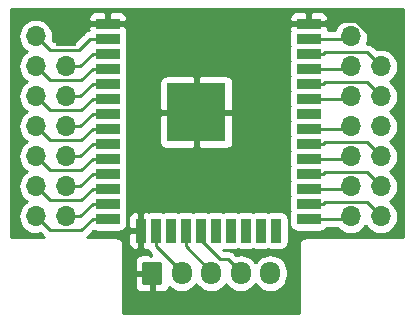
<source format=gbr>
G04 #@! TF.GenerationSoftware,KiCad,Pcbnew,6.0.0-rc1-unknown-bb2e402~66~ubuntu18.04.1*
G04 #@! TF.CreationDate,2019-04-16T15:47:46+02:00
G04 #@! TF.ProjectId,PentaESPConverter,50656e74-6145-4535-9043-6f6e76657274,rev?*
G04 #@! TF.SameCoordinates,Original*
G04 #@! TF.FileFunction,Copper,L1,Top*
G04 #@! TF.FilePolarity,Positive*
%FSLAX46Y46*%
G04 Gerber Fmt 4.6, Leading zero omitted, Abs format (unit mm)*
G04 Created by KiCad (PCBNEW 6.0.0-rc1-unknown-bb2e402~66~ubuntu18.04.1) date Di 16 Apr 2019 15:47:46 CEST*
%MOMM*%
%LPD*%
G04 APERTURE LIST*
%ADD10O,1.700000X1.950000*%
%ADD11C,0.100000*%
%ADD12C,1.700000*%
%ADD13O,1.700000X1.700000*%
%ADD14R,1.700000X1.700000*%
%ADD15R,2.000000X0.900000*%
%ADD16R,0.900000X2.000000*%
%ADD17R,5.000000X5.000000*%
%ADD18C,0.250000*%
%ADD19C,0.254000*%
G04 APERTURE END LIST*
D10*
X140492500Y-119634000D03*
X137992500Y-119634000D03*
X135492500Y-119634000D03*
X132992500Y-119634000D03*
D11*
G36*
X131117004Y-118660204D02*
G01*
X131141273Y-118663804D01*
X131165071Y-118669765D01*
X131188171Y-118678030D01*
X131210349Y-118688520D01*
X131231393Y-118701133D01*
X131251098Y-118715747D01*
X131269277Y-118732223D01*
X131285753Y-118750402D01*
X131300367Y-118770107D01*
X131312980Y-118791151D01*
X131323470Y-118813329D01*
X131331735Y-118836429D01*
X131337696Y-118860227D01*
X131341296Y-118884496D01*
X131342500Y-118909000D01*
X131342500Y-120359000D01*
X131341296Y-120383504D01*
X131337696Y-120407773D01*
X131331735Y-120431571D01*
X131323470Y-120454671D01*
X131312980Y-120476849D01*
X131300367Y-120497893D01*
X131285753Y-120517598D01*
X131269277Y-120535777D01*
X131251098Y-120552253D01*
X131231393Y-120566867D01*
X131210349Y-120579480D01*
X131188171Y-120589970D01*
X131165071Y-120598235D01*
X131141273Y-120604196D01*
X131117004Y-120607796D01*
X131092500Y-120609000D01*
X129892500Y-120609000D01*
X129867996Y-120607796D01*
X129843727Y-120604196D01*
X129819929Y-120598235D01*
X129796829Y-120589970D01*
X129774651Y-120579480D01*
X129753607Y-120566867D01*
X129733902Y-120552253D01*
X129715723Y-120535777D01*
X129699247Y-120517598D01*
X129684633Y-120497893D01*
X129672020Y-120476849D01*
X129661530Y-120454671D01*
X129653265Y-120431571D01*
X129647304Y-120407773D01*
X129643704Y-120383504D01*
X129642500Y-120359000D01*
X129642500Y-118909000D01*
X129643704Y-118884496D01*
X129647304Y-118860227D01*
X129653265Y-118836429D01*
X129661530Y-118813329D01*
X129672020Y-118791151D01*
X129684633Y-118770107D01*
X129699247Y-118750402D01*
X129715723Y-118732223D01*
X129733902Y-118715747D01*
X129753607Y-118701133D01*
X129774651Y-118688520D01*
X129796829Y-118678030D01*
X129819929Y-118669765D01*
X129843727Y-118663804D01*
X129867996Y-118660204D01*
X129892500Y-118659000D01*
X131092500Y-118659000D01*
X131117004Y-118660204D01*
X131117004Y-118660204D01*
G37*
D12*
X130492500Y-119634000D03*
D13*
X120650000Y-114808000D03*
X123190000Y-114808000D03*
X120650000Y-112268000D03*
X123190000Y-112268000D03*
X120650000Y-109728000D03*
X123190000Y-109728000D03*
X120650000Y-107188000D03*
X123190000Y-107188000D03*
X120650000Y-104648000D03*
X123190000Y-104648000D03*
X120650000Y-102108000D03*
X123190000Y-102108000D03*
X120650000Y-99568000D03*
D14*
X123190000Y-99568000D03*
D13*
X147320000Y-114808000D03*
X149860000Y-114808000D03*
X147320000Y-112268000D03*
X149860000Y-112268000D03*
X147320000Y-109728000D03*
X149860000Y-109728000D03*
X147320000Y-107188000D03*
X149860000Y-107188000D03*
X147320000Y-104648000D03*
X149860000Y-104648000D03*
X147320000Y-102108000D03*
X149860000Y-102108000D03*
X147320000Y-99568000D03*
D14*
X149860000Y-99568000D03*
D15*
X143742501Y-98495001D03*
X143742501Y-99765001D03*
X143742501Y-101035001D03*
X143742501Y-102305001D03*
X143742501Y-103575001D03*
X143742501Y-104845001D03*
X143742501Y-106115001D03*
X143742501Y-107385001D03*
X143742501Y-108655001D03*
X143742501Y-109925001D03*
X143742501Y-111195001D03*
X143742501Y-112465001D03*
X143742501Y-113735001D03*
X143742501Y-115005001D03*
D16*
X140957501Y-116005001D03*
X139687501Y-116005001D03*
X138417501Y-116005001D03*
X137147501Y-116005001D03*
X135877501Y-116005001D03*
X134607501Y-116005001D03*
X133337501Y-116005001D03*
X132067501Y-116005001D03*
X130797501Y-116005001D03*
X129527501Y-116005001D03*
D15*
X126742501Y-115005001D03*
X126742501Y-113735001D03*
X126742501Y-112465001D03*
X126742501Y-111195001D03*
X126742501Y-109925001D03*
X126742501Y-108655001D03*
X126742501Y-107385001D03*
X126742501Y-106115001D03*
X126742501Y-104845001D03*
X126742501Y-103575001D03*
X126742501Y-102305001D03*
X126742501Y-101035001D03*
X126742501Y-99765001D03*
X126742501Y-98495001D03*
D17*
X134242501Y-105995001D03*
D18*
X124392081Y-109728000D02*
X123190000Y-109728000D01*
X125492501Y-108655001D02*
X124419502Y-109728000D01*
X124419502Y-109728000D02*
X124392081Y-109728000D01*
X126742501Y-108655001D02*
X125492501Y-108655001D01*
X121499999Y-108037999D02*
X120650000Y-107188000D01*
X121825001Y-108363001D02*
X121499999Y-108037999D01*
X125492501Y-107385001D02*
X124514501Y-108363001D01*
X124514501Y-108363001D02*
X121825001Y-108363001D01*
X126742501Y-107385001D02*
X125492501Y-107385001D01*
X124392081Y-107188000D02*
X123190000Y-107188000D01*
X124419502Y-107188000D02*
X124392081Y-107188000D01*
X125492501Y-106115001D02*
X124419502Y-107188000D01*
X126742501Y-106115001D02*
X125492501Y-106115001D01*
X121499999Y-105497999D02*
X120650000Y-104648000D01*
X121825001Y-105823001D02*
X121499999Y-105497999D01*
X125492501Y-104845001D02*
X124514501Y-105823001D01*
X124514501Y-105823001D02*
X121825001Y-105823001D01*
X126742501Y-104845001D02*
X125492501Y-104845001D01*
X124392081Y-104648000D02*
X123190000Y-104648000D01*
X125492501Y-103575001D02*
X124419502Y-104648000D01*
X124419502Y-104648000D02*
X124392081Y-104648000D01*
X126742501Y-103575001D02*
X125492501Y-103575001D01*
X121499999Y-102957999D02*
X120650000Y-102108000D01*
X121825001Y-103283001D02*
X121499999Y-102957999D01*
X125492501Y-102305001D02*
X124514501Y-103283001D01*
X124514501Y-103283001D02*
X121825001Y-103283001D01*
X126742501Y-102305001D02*
X125492501Y-102305001D01*
X124392081Y-102108000D02*
X123190000Y-102108000D01*
X124419502Y-102108000D02*
X124392081Y-102108000D01*
X125492501Y-101035001D02*
X124419502Y-102108000D01*
X126742501Y-101035001D02*
X125492501Y-101035001D01*
X121499999Y-115657999D02*
X120650000Y-114808000D01*
X121825001Y-115983001D02*
X121499999Y-115657999D01*
X124514501Y-115983001D02*
X121825001Y-115983001D01*
X125492501Y-115005001D02*
X124514501Y-115983001D01*
X126742501Y-115005001D02*
X125492501Y-115005001D01*
X124392081Y-114808000D02*
X123190000Y-114808000D01*
X124419502Y-114808000D02*
X124392081Y-114808000D01*
X125492501Y-113735001D02*
X124419502Y-114808000D01*
X126742501Y-113735001D02*
X125492501Y-113735001D01*
X121499999Y-113117999D02*
X120650000Y-112268000D01*
X121825001Y-113443001D02*
X121499999Y-113117999D01*
X124514501Y-113443001D02*
X121825001Y-113443001D01*
X125492501Y-112465001D02*
X124514501Y-113443001D01*
X126742501Y-112465001D02*
X125492501Y-112465001D01*
X124392081Y-112268000D02*
X123190000Y-112268000D01*
X124419502Y-112268000D02*
X124392081Y-112268000D01*
X125492501Y-111195001D02*
X124419502Y-112268000D01*
X126742501Y-111195001D02*
X125492501Y-111195001D01*
X121499999Y-110577999D02*
X120650000Y-109728000D01*
X124514501Y-110903001D02*
X121825001Y-110903001D01*
X121825001Y-110903001D02*
X121499999Y-110577999D01*
X125492501Y-109925001D02*
X124514501Y-110903001D01*
X126742501Y-109925001D02*
X125492501Y-109925001D01*
X147122999Y-115005001D02*
X147320000Y-114808000D01*
X143742501Y-115005001D02*
X147122999Y-115005001D01*
X149010001Y-113958001D02*
X149860000Y-114808000D01*
X144992501Y-113735001D02*
X145094503Y-113632999D01*
X148684999Y-113632999D02*
X149010001Y-113958001D01*
X145094503Y-113632999D02*
X148684999Y-113632999D01*
X143742501Y-113735001D02*
X144992501Y-113735001D01*
X147122999Y-112465001D02*
X147320000Y-112268000D01*
X143742501Y-112465001D02*
X147122999Y-112465001D01*
X149010001Y-111418001D02*
X149860000Y-112268000D01*
X148684999Y-111092999D02*
X149010001Y-111418001D01*
X145094503Y-111092999D02*
X148684999Y-111092999D01*
X144992501Y-111195001D02*
X145094503Y-111092999D01*
X143742501Y-111195001D02*
X144992501Y-111195001D01*
X147122999Y-109925001D02*
X147320000Y-109728000D01*
X143742501Y-109925001D02*
X147122999Y-109925001D01*
X149010001Y-108878001D02*
X149860000Y-109728000D01*
X148684999Y-108552999D02*
X149010001Y-108878001D01*
X145094503Y-108552999D02*
X148684999Y-108552999D01*
X144992501Y-108655001D02*
X145094503Y-108552999D01*
X143742501Y-108655001D02*
X144992501Y-108655001D01*
X147122999Y-107385001D02*
X147320000Y-107188000D01*
X143742501Y-107385001D02*
X147122999Y-107385001D01*
X147122999Y-104845001D02*
X147320000Y-104648000D01*
X143742501Y-104845001D02*
X147122999Y-104845001D01*
X149010001Y-103798001D02*
X149860000Y-104648000D01*
X148684999Y-103472999D02*
X149010001Y-103798001D01*
X145094503Y-103472999D02*
X148684999Y-103472999D01*
X144992501Y-103575001D02*
X145094503Y-103472999D01*
X143742501Y-103575001D02*
X144992501Y-103575001D01*
X147122999Y-102305001D02*
X147320000Y-102108000D01*
X143742501Y-102305001D02*
X147122999Y-102305001D01*
X149010001Y-101258001D02*
X149860000Y-102108000D01*
X148684999Y-100932999D02*
X149010001Y-101258001D01*
X145094503Y-100932999D02*
X148684999Y-100932999D01*
X144992501Y-101035001D02*
X145094503Y-100932999D01*
X143742501Y-101035001D02*
X144992501Y-101035001D01*
X147122999Y-99765001D02*
X147320000Y-99568000D01*
X143742501Y-99765001D02*
X147122999Y-99765001D01*
X124262999Y-98495001D02*
X123190000Y-99568000D01*
X126742501Y-98495001D02*
X124262999Y-98495001D01*
X144992501Y-98495001D02*
X143742501Y-98495001D01*
X145189502Y-98298000D02*
X144992501Y-98495001D01*
X147789002Y-98298000D02*
X145189502Y-98298000D01*
X149059002Y-99568000D02*
X147789002Y-98298000D01*
X149860000Y-99568000D02*
X149059002Y-99568000D01*
X129527501Y-100030001D02*
X129527501Y-114755001D01*
X127992501Y-98495001D02*
X129527501Y-100030001D01*
X129527501Y-114755001D02*
X129527501Y-116005001D01*
X126742501Y-98495001D02*
X127992501Y-98495001D01*
X121499999Y-100417999D02*
X120650000Y-99568000D01*
X121825001Y-100743001D02*
X121499999Y-100417999D01*
X124300001Y-100743001D02*
X121825001Y-100743001D01*
X125278001Y-99765001D02*
X124300001Y-100743001D01*
X126742501Y-99765001D02*
X125278001Y-99765001D01*
X134607501Y-116770003D02*
X134607501Y-116005001D01*
X136246498Y-118409000D02*
X134607501Y-116770003D01*
X136892500Y-118409000D02*
X136246498Y-118409000D01*
X137992500Y-119509000D02*
X136892500Y-118409000D01*
X137992500Y-119634000D02*
X137992500Y-119509000D01*
X133337501Y-117255001D02*
X133337501Y-116005001D01*
X133337501Y-117354001D02*
X133337501Y-117255001D01*
X135492500Y-119509000D02*
X133337501Y-117354001D01*
X135492500Y-119634000D02*
X135492500Y-119509000D01*
X130797501Y-117255001D02*
X130797501Y-116005001D01*
X130797501Y-117314001D02*
X130797501Y-117255001D01*
X132992500Y-119509000D02*
X130797501Y-117314001D01*
X132992500Y-119634000D02*
X132992500Y-119509000D01*
D19*
G36*
X151740001Y-116561000D02*
G01*
X143605919Y-116561000D01*
X143573500Y-116557807D01*
X143541081Y-116561000D01*
X143444117Y-116570550D01*
X143319707Y-116608290D01*
X143205050Y-116669575D01*
X143104552Y-116752052D01*
X143022075Y-116852550D01*
X142960790Y-116967207D01*
X142923050Y-117091617D01*
X142910307Y-117221000D01*
X142913500Y-117253419D01*
X142913501Y-122974500D01*
X128041000Y-122974500D01*
X128041000Y-119919750D01*
X129007500Y-119919750D01*
X129007500Y-120671542D01*
X129031903Y-120794223D01*
X129079770Y-120909785D01*
X129149263Y-121013789D01*
X129237711Y-121102237D01*
X129341715Y-121171730D01*
X129457277Y-121219597D01*
X129579958Y-121244000D01*
X130206750Y-121244000D01*
X130365500Y-121085250D01*
X130365500Y-119761000D01*
X129166250Y-119761000D01*
X129007500Y-119919750D01*
X128041000Y-119919750D01*
X128041000Y-118596458D01*
X129007500Y-118596458D01*
X129007500Y-119348250D01*
X129166250Y-119507000D01*
X130365500Y-119507000D01*
X130365500Y-119487000D01*
X130619500Y-119487000D01*
X130619500Y-119507000D01*
X130639500Y-119507000D01*
X130639500Y-119761000D01*
X130619500Y-119761000D01*
X130619500Y-121085250D01*
X130778250Y-121244000D01*
X131405042Y-121244000D01*
X131527723Y-121219597D01*
X131643285Y-121171730D01*
X131747289Y-121102237D01*
X131835737Y-121013789D01*
X131905230Y-120909785D01*
X131942951Y-120818718D01*
X132163487Y-120999706D01*
X132421467Y-121137599D01*
X132701390Y-121222513D01*
X132992500Y-121251185D01*
X133283611Y-121222513D01*
X133563534Y-121137599D01*
X133821514Y-120999706D01*
X134047634Y-120814134D01*
X134233206Y-120588014D01*
X134242500Y-120570626D01*
X134251794Y-120588014D01*
X134437366Y-120814134D01*
X134663487Y-120999706D01*
X134921467Y-121137599D01*
X135201390Y-121222513D01*
X135492500Y-121251185D01*
X135783611Y-121222513D01*
X136063534Y-121137599D01*
X136321514Y-120999706D01*
X136547634Y-120814134D01*
X136733206Y-120588014D01*
X136742500Y-120570626D01*
X136751794Y-120588014D01*
X136937366Y-120814134D01*
X137163487Y-120999706D01*
X137421467Y-121137599D01*
X137701390Y-121222513D01*
X137992500Y-121251185D01*
X138283611Y-121222513D01*
X138563534Y-121137599D01*
X138821514Y-120999706D01*
X139047634Y-120814134D01*
X139233206Y-120588014D01*
X139242500Y-120570626D01*
X139251794Y-120588014D01*
X139437366Y-120814134D01*
X139663487Y-120999706D01*
X139921467Y-121137599D01*
X140201390Y-121222513D01*
X140492500Y-121251185D01*
X140783611Y-121222513D01*
X141063534Y-121137599D01*
X141321514Y-120999706D01*
X141547634Y-120814134D01*
X141733206Y-120588014D01*
X141871099Y-120330033D01*
X141956013Y-120050110D01*
X141977500Y-119831949D01*
X141977500Y-119436050D01*
X141956013Y-119217889D01*
X141871099Y-118937966D01*
X141733206Y-118679986D01*
X141547634Y-118453866D01*
X141321513Y-118268294D01*
X141063533Y-118130401D01*
X140783610Y-118045487D01*
X140492500Y-118016815D01*
X140201389Y-118045487D01*
X139921466Y-118130401D01*
X139663486Y-118268294D01*
X139437366Y-118453866D01*
X139251794Y-118679987D01*
X139242500Y-118697374D01*
X139233206Y-118679986D01*
X139047634Y-118453866D01*
X138821513Y-118268294D01*
X138563533Y-118130401D01*
X138283610Y-118045487D01*
X137992500Y-118016815D01*
X137701389Y-118045487D01*
X137626504Y-118068203D01*
X137456304Y-117898002D01*
X137432501Y-117868999D01*
X137316776Y-117774026D01*
X137184747Y-117703454D01*
X137041486Y-117659997D01*
X136929833Y-117649000D01*
X136929822Y-117649000D01*
X136892500Y-117645324D01*
X136855178Y-117649000D01*
X136561300Y-117649000D01*
X136530091Y-117617791D01*
X136573019Y-117630813D01*
X136697501Y-117643073D01*
X137597501Y-117643073D01*
X137721983Y-117630813D01*
X137782501Y-117612455D01*
X137843019Y-117630813D01*
X137967501Y-117643073D01*
X138867501Y-117643073D01*
X138991983Y-117630813D01*
X139052501Y-117612455D01*
X139113019Y-117630813D01*
X139237501Y-117643073D01*
X140137501Y-117643073D01*
X140261983Y-117630813D01*
X140322501Y-117612455D01*
X140383019Y-117630813D01*
X140507501Y-117643073D01*
X141407501Y-117643073D01*
X141531983Y-117630813D01*
X141651681Y-117594503D01*
X141761995Y-117535538D01*
X141858686Y-117456186D01*
X141938038Y-117359495D01*
X141997003Y-117249181D01*
X142033313Y-117129483D01*
X142045573Y-117005001D01*
X142045573Y-115005001D01*
X142033313Y-114880519D01*
X141997003Y-114760821D01*
X141938038Y-114650507D01*
X141858686Y-114553816D01*
X141761995Y-114474464D01*
X141651681Y-114415499D01*
X141531983Y-114379189D01*
X141407501Y-114366929D01*
X140507501Y-114366929D01*
X140383019Y-114379189D01*
X140322501Y-114397547D01*
X140261983Y-114379189D01*
X140137501Y-114366929D01*
X139237501Y-114366929D01*
X139113019Y-114379189D01*
X139052501Y-114397547D01*
X138991983Y-114379189D01*
X138867501Y-114366929D01*
X137967501Y-114366929D01*
X137843019Y-114379189D01*
X137782501Y-114397547D01*
X137721983Y-114379189D01*
X137597501Y-114366929D01*
X136697501Y-114366929D01*
X136573019Y-114379189D01*
X136512501Y-114397547D01*
X136451983Y-114379189D01*
X136327501Y-114366929D01*
X135427501Y-114366929D01*
X135303019Y-114379189D01*
X135242501Y-114397547D01*
X135181983Y-114379189D01*
X135057501Y-114366929D01*
X134157501Y-114366929D01*
X134033019Y-114379189D01*
X133972501Y-114397547D01*
X133911983Y-114379189D01*
X133787501Y-114366929D01*
X132887501Y-114366929D01*
X132763019Y-114379189D01*
X132702501Y-114397547D01*
X132641983Y-114379189D01*
X132517501Y-114366929D01*
X131617501Y-114366929D01*
X131493019Y-114379189D01*
X131432501Y-114397547D01*
X131371983Y-114379189D01*
X131247501Y-114366929D01*
X130347501Y-114366929D01*
X130223019Y-114379189D01*
X130167010Y-114396179D01*
X130162724Y-114394404D01*
X130040043Y-114370001D01*
X129813251Y-114370001D01*
X129654501Y-114528751D01*
X129654501Y-115878001D01*
X129674501Y-115878001D01*
X129674501Y-116132001D01*
X129654501Y-116132001D01*
X129654501Y-117481251D01*
X129813251Y-117640001D01*
X130040043Y-117640001D01*
X130103274Y-117627423D01*
X130162527Y-117738277D01*
X130190552Y-117772425D01*
X130257500Y-117854002D01*
X130286504Y-117877805D01*
X130432699Y-118024000D01*
X130365498Y-118024000D01*
X130365498Y-118182748D01*
X130206750Y-118024000D01*
X129579958Y-118024000D01*
X129457277Y-118048403D01*
X129341715Y-118096270D01*
X129237711Y-118165763D01*
X129149263Y-118254211D01*
X129079770Y-118358215D01*
X129031903Y-118473777D01*
X129007500Y-118596458D01*
X128041000Y-118596458D01*
X128041000Y-117253419D01*
X128044193Y-117221000D01*
X128031450Y-117091617D01*
X127993710Y-116967207D01*
X127932425Y-116852550D01*
X127849948Y-116752052D01*
X127749450Y-116669575D01*
X127634793Y-116608290D01*
X127510383Y-116570550D01*
X127413419Y-116561000D01*
X127381000Y-116557807D01*
X127348581Y-116561000D01*
X125008201Y-116561000D01*
X125054502Y-116523002D01*
X125078305Y-116493999D01*
X125281552Y-116290751D01*
X128442501Y-116290751D01*
X128442501Y-117067543D01*
X128466904Y-117190224D01*
X128514771Y-117305786D01*
X128584264Y-117409790D01*
X128672712Y-117498238D01*
X128776716Y-117567731D01*
X128892278Y-117615598D01*
X129014959Y-117640001D01*
X129241751Y-117640001D01*
X129400501Y-117481251D01*
X129400501Y-116132001D01*
X128601251Y-116132001D01*
X128442501Y-116290751D01*
X125281552Y-116290751D01*
X125520939Y-116051364D01*
X125618019Y-116080813D01*
X125742501Y-116093073D01*
X127742501Y-116093073D01*
X127866983Y-116080813D01*
X127986681Y-116044503D01*
X128096995Y-115985538D01*
X128193686Y-115906186D01*
X128273038Y-115809495D01*
X128332003Y-115699181D01*
X128368313Y-115579483D01*
X128380573Y-115455001D01*
X128380573Y-114942459D01*
X128442501Y-114942459D01*
X128442501Y-115719251D01*
X128601251Y-115878001D01*
X129400501Y-115878001D01*
X129400501Y-114528751D01*
X129241751Y-114370001D01*
X129014959Y-114370001D01*
X128892278Y-114394404D01*
X128776716Y-114442271D01*
X128672712Y-114511764D01*
X128584264Y-114600212D01*
X128514771Y-114704216D01*
X128466904Y-114819778D01*
X128442501Y-114942459D01*
X128380573Y-114942459D01*
X128380573Y-114555001D01*
X128368313Y-114430519D01*
X128349955Y-114370001D01*
X128368313Y-114309483D01*
X128380573Y-114185001D01*
X128380573Y-113285001D01*
X128368313Y-113160519D01*
X128349955Y-113100001D01*
X128368313Y-113039483D01*
X128380573Y-112915001D01*
X128380573Y-112015001D01*
X128368313Y-111890519D01*
X128349955Y-111830001D01*
X128368313Y-111769483D01*
X128380573Y-111645001D01*
X128380573Y-110745001D01*
X128368313Y-110620519D01*
X128349955Y-110560001D01*
X128368313Y-110499483D01*
X128380573Y-110375001D01*
X128380573Y-109475001D01*
X128368313Y-109350519D01*
X128349955Y-109290001D01*
X128368313Y-109229483D01*
X128380573Y-109105001D01*
X128380573Y-108205001D01*
X128368313Y-108080519D01*
X128349955Y-108020001D01*
X128368313Y-107959483D01*
X128380573Y-107835001D01*
X128380573Y-106935001D01*
X128368313Y-106810519D01*
X128349955Y-106750001D01*
X128368313Y-106689483D01*
X128380573Y-106565001D01*
X128380573Y-106280751D01*
X131107501Y-106280751D01*
X131107501Y-108557543D01*
X131131904Y-108680224D01*
X131179771Y-108795786D01*
X131249264Y-108899790D01*
X131337712Y-108988238D01*
X131441716Y-109057731D01*
X131557278Y-109105598D01*
X131679959Y-109130001D01*
X133956751Y-109130001D01*
X134115501Y-108971251D01*
X134115501Y-106122001D01*
X134369501Y-106122001D01*
X134369501Y-108971251D01*
X134528251Y-109130001D01*
X136805043Y-109130001D01*
X136927724Y-109105598D01*
X137043286Y-109057731D01*
X137147290Y-108988238D01*
X137235738Y-108899790D01*
X137305231Y-108795786D01*
X137353098Y-108680224D01*
X137377501Y-108557543D01*
X137377501Y-106280751D01*
X137218751Y-106122001D01*
X134369501Y-106122001D01*
X134115501Y-106122001D01*
X131266251Y-106122001D01*
X131107501Y-106280751D01*
X128380573Y-106280751D01*
X128380573Y-105665001D01*
X128368313Y-105540519D01*
X128349955Y-105480001D01*
X128368313Y-105419483D01*
X128380573Y-105295001D01*
X128380573Y-104395001D01*
X128368313Y-104270519D01*
X128349955Y-104210001D01*
X128368313Y-104149483D01*
X128380573Y-104025001D01*
X128380573Y-103432459D01*
X131107501Y-103432459D01*
X131107501Y-105709251D01*
X131266251Y-105868001D01*
X134115501Y-105868001D01*
X134115501Y-103018751D01*
X134369501Y-103018751D01*
X134369501Y-105868001D01*
X137218751Y-105868001D01*
X137377501Y-105709251D01*
X137377501Y-103432459D01*
X137353098Y-103309778D01*
X137305231Y-103194216D01*
X137235738Y-103090212D01*
X137147290Y-103001764D01*
X137043286Y-102932271D01*
X136927724Y-102884404D01*
X136805043Y-102860001D01*
X134528251Y-102860001D01*
X134369501Y-103018751D01*
X134115501Y-103018751D01*
X133956751Y-102860001D01*
X131679959Y-102860001D01*
X131557278Y-102884404D01*
X131441716Y-102932271D01*
X131337712Y-103001764D01*
X131249264Y-103090212D01*
X131179771Y-103194216D01*
X131131904Y-103309778D01*
X131107501Y-103432459D01*
X128380573Y-103432459D01*
X128380573Y-103125001D01*
X128368313Y-103000519D01*
X128349955Y-102940001D01*
X128368313Y-102879483D01*
X128380573Y-102755001D01*
X128380573Y-101855001D01*
X128368313Y-101730519D01*
X128349955Y-101670001D01*
X128368313Y-101609483D01*
X128380573Y-101485001D01*
X128380573Y-100585001D01*
X128368313Y-100460519D01*
X128349955Y-100400001D01*
X128368313Y-100339483D01*
X128380573Y-100215001D01*
X128380573Y-99315001D01*
X142104429Y-99315001D01*
X142104429Y-100215001D01*
X142116689Y-100339483D01*
X142135047Y-100400001D01*
X142116689Y-100460519D01*
X142104429Y-100585001D01*
X142104429Y-101485001D01*
X142116689Y-101609483D01*
X142135047Y-101670001D01*
X142116689Y-101730519D01*
X142104429Y-101855001D01*
X142104429Y-102755001D01*
X142116689Y-102879483D01*
X142135047Y-102940001D01*
X142116689Y-103000519D01*
X142104429Y-103125001D01*
X142104429Y-104025001D01*
X142116689Y-104149483D01*
X142135047Y-104210001D01*
X142116689Y-104270519D01*
X142104429Y-104395001D01*
X142104429Y-105295001D01*
X142116689Y-105419483D01*
X142135047Y-105480001D01*
X142116689Y-105540519D01*
X142104429Y-105665001D01*
X142104429Y-106565001D01*
X142116689Y-106689483D01*
X142135047Y-106750001D01*
X142116689Y-106810519D01*
X142104429Y-106935001D01*
X142104429Y-107835001D01*
X142116689Y-107959483D01*
X142135047Y-108020001D01*
X142116689Y-108080519D01*
X142104429Y-108205001D01*
X142104429Y-109105001D01*
X142116689Y-109229483D01*
X142135047Y-109290001D01*
X142116689Y-109350519D01*
X142104429Y-109475001D01*
X142104429Y-110375001D01*
X142116689Y-110499483D01*
X142135047Y-110560001D01*
X142116689Y-110620519D01*
X142104429Y-110745001D01*
X142104429Y-111645001D01*
X142116689Y-111769483D01*
X142135047Y-111830001D01*
X142116689Y-111890519D01*
X142104429Y-112015001D01*
X142104429Y-112915001D01*
X142116689Y-113039483D01*
X142135047Y-113100001D01*
X142116689Y-113160519D01*
X142104429Y-113285001D01*
X142104429Y-114185001D01*
X142116689Y-114309483D01*
X142135047Y-114370001D01*
X142116689Y-114430519D01*
X142104429Y-114555001D01*
X142104429Y-115455001D01*
X142116689Y-115579483D01*
X142152999Y-115699181D01*
X142211964Y-115809495D01*
X142291316Y-115906186D01*
X142388007Y-115985538D01*
X142498321Y-116044503D01*
X142618019Y-116080813D01*
X142742501Y-116093073D01*
X144742501Y-116093073D01*
X144866983Y-116080813D01*
X144986681Y-116044503D01*
X145096995Y-115985538D01*
X145193686Y-115906186D01*
X145273038Y-115809495D01*
X145296821Y-115765001D01*
X146184330Y-115765001D01*
X146264866Y-115863134D01*
X146490986Y-116048706D01*
X146748966Y-116186599D01*
X147028889Y-116271513D01*
X147247050Y-116293000D01*
X147392950Y-116293000D01*
X147611111Y-116271513D01*
X147891034Y-116186599D01*
X148149014Y-116048706D01*
X148375134Y-115863134D01*
X148560706Y-115637014D01*
X148590000Y-115582209D01*
X148619294Y-115637014D01*
X148804866Y-115863134D01*
X149030986Y-116048706D01*
X149288966Y-116186599D01*
X149568889Y-116271513D01*
X149787050Y-116293000D01*
X149932950Y-116293000D01*
X150151111Y-116271513D01*
X150431034Y-116186599D01*
X150689014Y-116048706D01*
X150915134Y-115863134D01*
X151100706Y-115637014D01*
X151238599Y-115379034D01*
X151323513Y-115099111D01*
X151352185Y-114808000D01*
X151323513Y-114516889D01*
X151238599Y-114236966D01*
X151100706Y-113978986D01*
X150915134Y-113752866D01*
X150689014Y-113567294D01*
X150634209Y-113538000D01*
X150689014Y-113508706D01*
X150915134Y-113323134D01*
X151100706Y-113097014D01*
X151238599Y-112839034D01*
X151323513Y-112559111D01*
X151352185Y-112268000D01*
X151323513Y-111976889D01*
X151238599Y-111696966D01*
X151100706Y-111438986D01*
X150915134Y-111212866D01*
X150689014Y-111027294D01*
X150634209Y-110998000D01*
X150689014Y-110968706D01*
X150915134Y-110783134D01*
X151100706Y-110557014D01*
X151238599Y-110299034D01*
X151323513Y-110019111D01*
X151352185Y-109728000D01*
X151323513Y-109436889D01*
X151238599Y-109156966D01*
X151100706Y-108898986D01*
X150915134Y-108672866D01*
X150689014Y-108487294D01*
X150634209Y-108458000D01*
X150689014Y-108428706D01*
X150915134Y-108243134D01*
X151100706Y-108017014D01*
X151238599Y-107759034D01*
X151323513Y-107479111D01*
X151352185Y-107188000D01*
X151323513Y-106896889D01*
X151238599Y-106616966D01*
X151100706Y-106358986D01*
X150915134Y-106132866D01*
X150689014Y-105947294D01*
X150634209Y-105918000D01*
X150689014Y-105888706D01*
X150915134Y-105703134D01*
X151100706Y-105477014D01*
X151238599Y-105219034D01*
X151323513Y-104939111D01*
X151352185Y-104648000D01*
X151323513Y-104356889D01*
X151238599Y-104076966D01*
X151100706Y-103818986D01*
X150915134Y-103592866D01*
X150689014Y-103407294D01*
X150634209Y-103378000D01*
X150689014Y-103348706D01*
X150915134Y-103163134D01*
X151100706Y-102937014D01*
X151238599Y-102679034D01*
X151323513Y-102399111D01*
X151352185Y-102108000D01*
X151323513Y-101816889D01*
X151238599Y-101536966D01*
X151100706Y-101278986D01*
X150915134Y-101052866D01*
X150689014Y-100867294D01*
X150431034Y-100729401D01*
X150151111Y-100644487D01*
X149932950Y-100623000D01*
X149787050Y-100623000D01*
X149568889Y-100644487D01*
X149494004Y-100667203D01*
X149248803Y-100422002D01*
X149225000Y-100392998D01*
X149109275Y-100298025D01*
X148977246Y-100227453D01*
X148833985Y-100183996D01*
X148722332Y-100172999D01*
X148722321Y-100172999D01*
X148684999Y-100169323D01*
X148682265Y-100169592D01*
X148698599Y-100139034D01*
X148783513Y-99859111D01*
X148812185Y-99568000D01*
X148783513Y-99276889D01*
X148698599Y-98996966D01*
X148560706Y-98738986D01*
X148375134Y-98512866D01*
X148149014Y-98327294D01*
X147891034Y-98189401D01*
X147611111Y-98104487D01*
X147392950Y-98083000D01*
X147247050Y-98083000D01*
X147028889Y-98104487D01*
X146748966Y-98189401D01*
X146490986Y-98327294D01*
X146264866Y-98512866D01*
X146079294Y-98738986D01*
X145941401Y-98996966D01*
X145938964Y-99005001D01*
X145377501Y-99005001D01*
X145377501Y-98780751D01*
X145218751Y-98622001D01*
X143869501Y-98622001D01*
X143869501Y-98642001D01*
X143615501Y-98642001D01*
X143615501Y-98622001D01*
X142266251Y-98622001D01*
X142107501Y-98780751D01*
X142107501Y-99007543D01*
X142131904Y-99130224D01*
X142133679Y-99134510D01*
X142116689Y-99190519D01*
X142104429Y-99315001D01*
X128380573Y-99315001D01*
X128368313Y-99190519D01*
X128351323Y-99134510D01*
X128353098Y-99130224D01*
X128377501Y-99007543D01*
X128377501Y-98780751D01*
X128218751Y-98622001D01*
X126869501Y-98622001D01*
X126869501Y-98642001D01*
X126615501Y-98642001D01*
X126615501Y-98622001D01*
X125266251Y-98622001D01*
X125107501Y-98780751D01*
X125107501Y-99007543D01*
X125110311Y-99021672D01*
X124985754Y-99059455D01*
X124853725Y-99130027D01*
X124738000Y-99225000D01*
X124714202Y-99253998D01*
X123985200Y-99983001D01*
X122139802Y-99983001D01*
X122090797Y-99933996D01*
X122113513Y-99859111D01*
X122142185Y-99568000D01*
X122113513Y-99276889D01*
X122028599Y-98996966D01*
X121890706Y-98738986D01*
X121705134Y-98512866D01*
X121479014Y-98327294D01*
X121221034Y-98189401D01*
X120941111Y-98104487D01*
X120722950Y-98083000D01*
X120577050Y-98083000D01*
X120358889Y-98104487D01*
X120078966Y-98189401D01*
X119820986Y-98327294D01*
X119594866Y-98512866D01*
X119409294Y-98738986D01*
X119271401Y-98996966D01*
X119186487Y-99276889D01*
X119157815Y-99568000D01*
X119186487Y-99859111D01*
X119271401Y-100139034D01*
X119409294Y-100397014D01*
X119594866Y-100623134D01*
X119820986Y-100808706D01*
X119875791Y-100838000D01*
X119820986Y-100867294D01*
X119594866Y-101052866D01*
X119409294Y-101278986D01*
X119271401Y-101536966D01*
X119186487Y-101816889D01*
X119157815Y-102108000D01*
X119186487Y-102399111D01*
X119271401Y-102679034D01*
X119409294Y-102937014D01*
X119594866Y-103163134D01*
X119820986Y-103348706D01*
X119875791Y-103378000D01*
X119820986Y-103407294D01*
X119594866Y-103592866D01*
X119409294Y-103818986D01*
X119271401Y-104076966D01*
X119186487Y-104356889D01*
X119157815Y-104648000D01*
X119186487Y-104939111D01*
X119271401Y-105219034D01*
X119409294Y-105477014D01*
X119594866Y-105703134D01*
X119820986Y-105888706D01*
X119875791Y-105918000D01*
X119820986Y-105947294D01*
X119594866Y-106132866D01*
X119409294Y-106358986D01*
X119271401Y-106616966D01*
X119186487Y-106896889D01*
X119157815Y-107188000D01*
X119186487Y-107479111D01*
X119271401Y-107759034D01*
X119409294Y-108017014D01*
X119594866Y-108243134D01*
X119820986Y-108428706D01*
X119875791Y-108458000D01*
X119820986Y-108487294D01*
X119594866Y-108672866D01*
X119409294Y-108898986D01*
X119271401Y-109156966D01*
X119186487Y-109436889D01*
X119157815Y-109728000D01*
X119186487Y-110019111D01*
X119271401Y-110299034D01*
X119409294Y-110557014D01*
X119594866Y-110783134D01*
X119820986Y-110968706D01*
X119875791Y-110998000D01*
X119820986Y-111027294D01*
X119594866Y-111212866D01*
X119409294Y-111438986D01*
X119271401Y-111696966D01*
X119186487Y-111976889D01*
X119157815Y-112268000D01*
X119186487Y-112559111D01*
X119271401Y-112839034D01*
X119409294Y-113097014D01*
X119594866Y-113323134D01*
X119820986Y-113508706D01*
X119875791Y-113538000D01*
X119820986Y-113567294D01*
X119594866Y-113752866D01*
X119409294Y-113978986D01*
X119271401Y-114236966D01*
X119186487Y-114516889D01*
X119157815Y-114808000D01*
X119186487Y-115099111D01*
X119271401Y-115379034D01*
X119409294Y-115637014D01*
X119594866Y-115863134D01*
X119820986Y-116048706D01*
X120078966Y-116186599D01*
X120358889Y-116271513D01*
X120577050Y-116293000D01*
X120722950Y-116293000D01*
X120941111Y-116271513D01*
X121015996Y-116248797D01*
X121261197Y-116493998D01*
X121285000Y-116523002D01*
X121331301Y-116561000D01*
X118579500Y-116561000D01*
X118579500Y-97982459D01*
X125107501Y-97982459D01*
X125107501Y-98209251D01*
X125266251Y-98368001D01*
X126615501Y-98368001D01*
X126615501Y-97568751D01*
X126869501Y-97568751D01*
X126869501Y-98368001D01*
X128218751Y-98368001D01*
X128377501Y-98209251D01*
X128377501Y-97982459D01*
X142107501Y-97982459D01*
X142107501Y-98209251D01*
X142266251Y-98368001D01*
X143615501Y-98368001D01*
X143615501Y-97568751D01*
X143869501Y-97568751D01*
X143869501Y-98368001D01*
X145218751Y-98368001D01*
X145377501Y-98209251D01*
X145377501Y-97982459D01*
X145353098Y-97859778D01*
X145305231Y-97744216D01*
X145235738Y-97640212D01*
X145147290Y-97551764D01*
X145043286Y-97482271D01*
X144927724Y-97434404D01*
X144805043Y-97410001D01*
X144028251Y-97410001D01*
X143869501Y-97568751D01*
X143615501Y-97568751D01*
X143456751Y-97410001D01*
X142679959Y-97410001D01*
X142557278Y-97434404D01*
X142441716Y-97482271D01*
X142337712Y-97551764D01*
X142249264Y-97640212D01*
X142179771Y-97744216D01*
X142131904Y-97859778D01*
X142107501Y-97982459D01*
X128377501Y-97982459D01*
X128353098Y-97859778D01*
X128305231Y-97744216D01*
X128235738Y-97640212D01*
X128147290Y-97551764D01*
X128043286Y-97482271D01*
X127927724Y-97434404D01*
X127805043Y-97410001D01*
X127028251Y-97410001D01*
X126869501Y-97568751D01*
X126615501Y-97568751D01*
X126456751Y-97410001D01*
X125679959Y-97410001D01*
X125557278Y-97434404D01*
X125441716Y-97482271D01*
X125337712Y-97551764D01*
X125249264Y-97640212D01*
X125179771Y-97744216D01*
X125131904Y-97859778D01*
X125107501Y-97982459D01*
X118579500Y-97982459D01*
X118579500Y-97243500D01*
X151740000Y-97243500D01*
X151740001Y-116561000D01*
X151740001Y-116561000D01*
G37*
X151740001Y-116561000D02*
X143605919Y-116561000D01*
X143573500Y-116557807D01*
X143541081Y-116561000D01*
X143444117Y-116570550D01*
X143319707Y-116608290D01*
X143205050Y-116669575D01*
X143104552Y-116752052D01*
X143022075Y-116852550D01*
X142960790Y-116967207D01*
X142923050Y-117091617D01*
X142910307Y-117221000D01*
X142913500Y-117253419D01*
X142913501Y-122974500D01*
X128041000Y-122974500D01*
X128041000Y-119919750D01*
X129007500Y-119919750D01*
X129007500Y-120671542D01*
X129031903Y-120794223D01*
X129079770Y-120909785D01*
X129149263Y-121013789D01*
X129237711Y-121102237D01*
X129341715Y-121171730D01*
X129457277Y-121219597D01*
X129579958Y-121244000D01*
X130206750Y-121244000D01*
X130365500Y-121085250D01*
X130365500Y-119761000D01*
X129166250Y-119761000D01*
X129007500Y-119919750D01*
X128041000Y-119919750D01*
X128041000Y-118596458D01*
X129007500Y-118596458D01*
X129007500Y-119348250D01*
X129166250Y-119507000D01*
X130365500Y-119507000D01*
X130365500Y-119487000D01*
X130619500Y-119487000D01*
X130619500Y-119507000D01*
X130639500Y-119507000D01*
X130639500Y-119761000D01*
X130619500Y-119761000D01*
X130619500Y-121085250D01*
X130778250Y-121244000D01*
X131405042Y-121244000D01*
X131527723Y-121219597D01*
X131643285Y-121171730D01*
X131747289Y-121102237D01*
X131835737Y-121013789D01*
X131905230Y-120909785D01*
X131942951Y-120818718D01*
X132163487Y-120999706D01*
X132421467Y-121137599D01*
X132701390Y-121222513D01*
X132992500Y-121251185D01*
X133283611Y-121222513D01*
X133563534Y-121137599D01*
X133821514Y-120999706D01*
X134047634Y-120814134D01*
X134233206Y-120588014D01*
X134242500Y-120570626D01*
X134251794Y-120588014D01*
X134437366Y-120814134D01*
X134663487Y-120999706D01*
X134921467Y-121137599D01*
X135201390Y-121222513D01*
X135492500Y-121251185D01*
X135783611Y-121222513D01*
X136063534Y-121137599D01*
X136321514Y-120999706D01*
X136547634Y-120814134D01*
X136733206Y-120588014D01*
X136742500Y-120570626D01*
X136751794Y-120588014D01*
X136937366Y-120814134D01*
X137163487Y-120999706D01*
X137421467Y-121137599D01*
X137701390Y-121222513D01*
X137992500Y-121251185D01*
X138283611Y-121222513D01*
X138563534Y-121137599D01*
X138821514Y-120999706D01*
X139047634Y-120814134D01*
X139233206Y-120588014D01*
X139242500Y-120570626D01*
X139251794Y-120588014D01*
X139437366Y-120814134D01*
X139663487Y-120999706D01*
X139921467Y-121137599D01*
X140201390Y-121222513D01*
X140492500Y-121251185D01*
X140783611Y-121222513D01*
X141063534Y-121137599D01*
X141321514Y-120999706D01*
X141547634Y-120814134D01*
X141733206Y-120588014D01*
X141871099Y-120330033D01*
X141956013Y-120050110D01*
X141977500Y-119831949D01*
X141977500Y-119436050D01*
X141956013Y-119217889D01*
X141871099Y-118937966D01*
X141733206Y-118679986D01*
X141547634Y-118453866D01*
X141321513Y-118268294D01*
X141063533Y-118130401D01*
X140783610Y-118045487D01*
X140492500Y-118016815D01*
X140201389Y-118045487D01*
X139921466Y-118130401D01*
X139663486Y-118268294D01*
X139437366Y-118453866D01*
X139251794Y-118679987D01*
X139242500Y-118697374D01*
X139233206Y-118679986D01*
X139047634Y-118453866D01*
X138821513Y-118268294D01*
X138563533Y-118130401D01*
X138283610Y-118045487D01*
X137992500Y-118016815D01*
X137701389Y-118045487D01*
X137626504Y-118068203D01*
X137456304Y-117898002D01*
X137432501Y-117868999D01*
X137316776Y-117774026D01*
X137184747Y-117703454D01*
X137041486Y-117659997D01*
X136929833Y-117649000D01*
X136929822Y-117649000D01*
X136892500Y-117645324D01*
X136855178Y-117649000D01*
X136561300Y-117649000D01*
X136530091Y-117617791D01*
X136573019Y-117630813D01*
X136697501Y-117643073D01*
X137597501Y-117643073D01*
X137721983Y-117630813D01*
X137782501Y-117612455D01*
X137843019Y-117630813D01*
X137967501Y-117643073D01*
X138867501Y-117643073D01*
X138991983Y-117630813D01*
X139052501Y-117612455D01*
X139113019Y-117630813D01*
X139237501Y-117643073D01*
X140137501Y-117643073D01*
X140261983Y-117630813D01*
X140322501Y-117612455D01*
X140383019Y-117630813D01*
X140507501Y-117643073D01*
X141407501Y-117643073D01*
X141531983Y-117630813D01*
X141651681Y-117594503D01*
X141761995Y-117535538D01*
X141858686Y-117456186D01*
X141938038Y-117359495D01*
X141997003Y-117249181D01*
X142033313Y-117129483D01*
X142045573Y-117005001D01*
X142045573Y-115005001D01*
X142033313Y-114880519D01*
X141997003Y-114760821D01*
X141938038Y-114650507D01*
X141858686Y-114553816D01*
X141761995Y-114474464D01*
X141651681Y-114415499D01*
X141531983Y-114379189D01*
X141407501Y-114366929D01*
X140507501Y-114366929D01*
X140383019Y-114379189D01*
X140322501Y-114397547D01*
X140261983Y-114379189D01*
X140137501Y-114366929D01*
X139237501Y-114366929D01*
X139113019Y-114379189D01*
X139052501Y-114397547D01*
X138991983Y-114379189D01*
X138867501Y-114366929D01*
X137967501Y-114366929D01*
X137843019Y-114379189D01*
X137782501Y-114397547D01*
X137721983Y-114379189D01*
X137597501Y-114366929D01*
X136697501Y-114366929D01*
X136573019Y-114379189D01*
X136512501Y-114397547D01*
X136451983Y-114379189D01*
X136327501Y-114366929D01*
X135427501Y-114366929D01*
X135303019Y-114379189D01*
X135242501Y-114397547D01*
X135181983Y-114379189D01*
X135057501Y-114366929D01*
X134157501Y-114366929D01*
X134033019Y-114379189D01*
X133972501Y-114397547D01*
X133911983Y-114379189D01*
X133787501Y-114366929D01*
X132887501Y-114366929D01*
X132763019Y-114379189D01*
X132702501Y-114397547D01*
X132641983Y-114379189D01*
X132517501Y-114366929D01*
X131617501Y-114366929D01*
X131493019Y-114379189D01*
X131432501Y-114397547D01*
X131371983Y-114379189D01*
X131247501Y-114366929D01*
X130347501Y-114366929D01*
X130223019Y-114379189D01*
X130167010Y-114396179D01*
X130162724Y-114394404D01*
X130040043Y-114370001D01*
X129813251Y-114370001D01*
X129654501Y-114528751D01*
X129654501Y-115878001D01*
X129674501Y-115878001D01*
X129674501Y-116132001D01*
X129654501Y-116132001D01*
X129654501Y-117481251D01*
X129813251Y-117640001D01*
X130040043Y-117640001D01*
X130103274Y-117627423D01*
X130162527Y-117738277D01*
X130190552Y-117772425D01*
X130257500Y-117854002D01*
X130286504Y-117877805D01*
X130432699Y-118024000D01*
X130365498Y-118024000D01*
X130365498Y-118182748D01*
X130206750Y-118024000D01*
X129579958Y-118024000D01*
X129457277Y-118048403D01*
X129341715Y-118096270D01*
X129237711Y-118165763D01*
X129149263Y-118254211D01*
X129079770Y-118358215D01*
X129031903Y-118473777D01*
X129007500Y-118596458D01*
X128041000Y-118596458D01*
X128041000Y-117253419D01*
X128044193Y-117221000D01*
X128031450Y-117091617D01*
X127993710Y-116967207D01*
X127932425Y-116852550D01*
X127849948Y-116752052D01*
X127749450Y-116669575D01*
X127634793Y-116608290D01*
X127510383Y-116570550D01*
X127413419Y-116561000D01*
X127381000Y-116557807D01*
X127348581Y-116561000D01*
X125008201Y-116561000D01*
X125054502Y-116523002D01*
X125078305Y-116493999D01*
X125281552Y-116290751D01*
X128442501Y-116290751D01*
X128442501Y-117067543D01*
X128466904Y-117190224D01*
X128514771Y-117305786D01*
X128584264Y-117409790D01*
X128672712Y-117498238D01*
X128776716Y-117567731D01*
X128892278Y-117615598D01*
X129014959Y-117640001D01*
X129241751Y-117640001D01*
X129400501Y-117481251D01*
X129400501Y-116132001D01*
X128601251Y-116132001D01*
X128442501Y-116290751D01*
X125281552Y-116290751D01*
X125520939Y-116051364D01*
X125618019Y-116080813D01*
X125742501Y-116093073D01*
X127742501Y-116093073D01*
X127866983Y-116080813D01*
X127986681Y-116044503D01*
X128096995Y-115985538D01*
X128193686Y-115906186D01*
X128273038Y-115809495D01*
X128332003Y-115699181D01*
X128368313Y-115579483D01*
X128380573Y-115455001D01*
X128380573Y-114942459D01*
X128442501Y-114942459D01*
X128442501Y-115719251D01*
X128601251Y-115878001D01*
X129400501Y-115878001D01*
X129400501Y-114528751D01*
X129241751Y-114370001D01*
X129014959Y-114370001D01*
X128892278Y-114394404D01*
X128776716Y-114442271D01*
X128672712Y-114511764D01*
X128584264Y-114600212D01*
X128514771Y-114704216D01*
X128466904Y-114819778D01*
X128442501Y-114942459D01*
X128380573Y-114942459D01*
X128380573Y-114555001D01*
X128368313Y-114430519D01*
X128349955Y-114370001D01*
X128368313Y-114309483D01*
X128380573Y-114185001D01*
X128380573Y-113285001D01*
X128368313Y-113160519D01*
X128349955Y-113100001D01*
X128368313Y-113039483D01*
X128380573Y-112915001D01*
X128380573Y-112015001D01*
X128368313Y-111890519D01*
X128349955Y-111830001D01*
X128368313Y-111769483D01*
X128380573Y-111645001D01*
X128380573Y-110745001D01*
X128368313Y-110620519D01*
X128349955Y-110560001D01*
X128368313Y-110499483D01*
X128380573Y-110375001D01*
X128380573Y-109475001D01*
X128368313Y-109350519D01*
X128349955Y-109290001D01*
X128368313Y-109229483D01*
X128380573Y-109105001D01*
X128380573Y-108205001D01*
X128368313Y-108080519D01*
X128349955Y-108020001D01*
X128368313Y-107959483D01*
X128380573Y-107835001D01*
X128380573Y-106935001D01*
X128368313Y-106810519D01*
X128349955Y-106750001D01*
X128368313Y-106689483D01*
X128380573Y-106565001D01*
X128380573Y-106280751D01*
X131107501Y-106280751D01*
X131107501Y-108557543D01*
X131131904Y-108680224D01*
X131179771Y-108795786D01*
X131249264Y-108899790D01*
X131337712Y-108988238D01*
X131441716Y-109057731D01*
X131557278Y-109105598D01*
X131679959Y-109130001D01*
X133956751Y-109130001D01*
X134115501Y-108971251D01*
X134115501Y-106122001D01*
X134369501Y-106122001D01*
X134369501Y-108971251D01*
X134528251Y-109130001D01*
X136805043Y-109130001D01*
X136927724Y-109105598D01*
X137043286Y-109057731D01*
X137147290Y-108988238D01*
X137235738Y-108899790D01*
X137305231Y-108795786D01*
X137353098Y-108680224D01*
X137377501Y-108557543D01*
X137377501Y-106280751D01*
X137218751Y-106122001D01*
X134369501Y-106122001D01*
X134115501Y-106122001D01*
X131266251Y-106122001D01*
X131107501Y-106280751D01*
X128380573Y-106280751D01*
X128380573Y-105665001D01*
X128368313Y-105540519D01*
X128349955Y-105480001D01*
X128368313Y-105419483D01*
X128380573Y-105295001D01*
X128380573Y-104395001D01*
X128368313Y-104270519D01*
X128349955Y-104210001D01*
X128368313Y-104149483D01*
X128380573Y-104025001D01*
X128380573Y-103432459D01*
X131107501Y-103432459D01*
X131107501Y-105709251D01*
X131266251Y-105868001D01*
X134115501Y-105868001D01*
X134115501Y-103018751D01*
X134369501Y-103018751D01*
X134369501Y-105868001D01*
X137218751Y-105868001D01*
X137377501Y-105709251D01*
X137377501Y-103432459D01*
X137353098Y-103309778D01*
X137305231Y-103194216D01*
X137235738Y-103090212D01*
X137147290Y-103001764D01*
X137043286Y-102932271D01*
X136927724Y-102884404D01*
X136805043Y-102860001D01*
X134528251Y-102860001D01*
X134369501Y-103018751D01*
X134115501Y-103018751D01*
X133956751Y-102860001D01*
X131679959Y-102860001D01*
X131557278Y-102884404D01*
X131441716Y-102932271D01*
X131337712Y-103001764D01*
X131249264Y-103090212D01*
X131179771Y-103194216D01*
X131131904Y-103309778D01*
X131107501Y-103432459D01*
X128380573Y-103432459D01*
X128380573Y-103125001D01*
X128368313Y-103000519D01*
X128349955Y-102940001D01*
X128368313Y-102879483D01*
X128380573Y-102755001D01*
X128380573Y-101855001D01*
X128368313Y-101730519D01*
X128349955Y-101670001D01*
X128368313Y-101609483D01*
X128380573Y-101485001D01*
X128380573Y-100585001D01*
X128368313Y-100460519D01*
X128349955Y-100400001D01*
X128368313Y-100339483D01*
X128380573Y-100215001D01*
X128380573Y-99315001D01*
X142104429Y-99315001D01*
X142104429Y-100215001D01*
X142116689Y-100339483D01*
X142135047Y-100400001D01*
X142116689Y-100460519D01*
X142104429Y-100585001D01*
X142104429Y-101485001D01*
X142116689Y-101609483D01*
X142135047Y-101670001D01*
X142116689Y-101730519D01*
X142104429Y-101855001D01*
X142104429Y-102755001D01*
X142116689Y-102879483D01*
X142135047Y-102940001D01*
X142116689Y-103000519D01*
X142104429Y-103125001D01*
X142104429Y-104025001D01*
X142116689Y-104149483D01*
X142135047Y-104210001D01*
X142116689Y-104270519D01*
X142104429Y-104395001D01*
X142104429Y-105295001D01*
X142116689Y-105419483D01*
X142135047Y-105480001D01*
X142116689Y-105540519D01*
X142104429Y-105665001D01*
X142104429Y-106565001D01*
X142116689Y-106689483D01*
X142135047Y-106750001D01*
X142116689Y-106810519D01*
X142104429Y-106935001D01*
X142104429Y-107835001D01*
X142116689Y-107959483D01*
X142135047Y-108020001D01*
X142116689Y-108080519D01*
X142104429Y-108205001D01*
X142104429Y-109105001D01*
X142116689Y-109229483D01*
X142135047Y-109290001D01*
X142116689Y-109350519D01*
X142104429Y-109475001D01*
X142104429Y-110375001D01*
X142116689Y-110499483D01*
X142135047Y-110560001D01*
X142116689Y-110620519D01*
X142104429Y-110745001D01*
X142104429Y-111645001D01*
X142116689Y-111769483D01*
X142135047Y-111830001D01*
X142116689Y-111890519D01*
X142104429Y-112015001D01*
X142104429Y-112915001D01*
X142116689Y-113039483D01*
X142135047Y-113100001D01*
X142116689Y-113160519D01*
X142104429Y-113285001D01*
X142104429Y-114185001D01*
X142116689Y-114309483D01*
X142135047Y-114370001D01*
X142116689Y-114430519D01*
X142104429Y-114555001D01*
X142104429Y-115455001D01*
X142116689Y-115579483D01*
X142152999Y-115699181D01*
X142211964Y-115809495D01*
X142291316Y-115906186D01*
X142388007Y-115985538D01*
X142498321Y-116044503D01*
X142618019Y-116080813D01*
X142742501Y-116093073D01*
X144742501Y-116093073D01*
X144866983Y-116080813D01*
X144986681Y-116044503D01*
X145096995Y-115985538D01*
X145193686Y-115906186D01*
X145273038Y-115809495D01*
X145296821Y-115765001D01*
X146184330Y-115765001D01*
X146264866Y-115863134D01*
X146490986Y-116048706D01*
X146748966Y-116186599D01*
X147028889Y-116271513D01*
X147247050Y-116293000D01*
X147392950Y-116293000D01*
X147611111Y-116271513D01*
X147891034Y-116186599D01*
X148149014Y-116048706D01*
X148375134Y-115863134D01*
X148560706Y-115637014D01*
X148590000Y-115582209D01*
X148619294Y-115637014D01*
X148804866Y-115863134D01*
X149030986Y-116048706D01*
X149288966Y-116186599D01*
X149568889Y-116271513D01*
X149787050Y-116293000D01*
X149932950Y-116293000D01*
X150151111Y-116271513D01*
X150431034Y-116186599D01*
X150689014Y-116048706D01*
X150915134Y-115863134D01*
X151100706Y-115637014D01*
X151238599Y-115379034D01*
X151323513Y-115099111D01*
X151352185Y-114808000D01*
X151323513Y-114516889D01*
X151238599Y-114236966D01*
X151100706Y-113978986D01*
X150915134Y-113752866D01*
X150689014Y-113567294D01*
X150634209Y-113538000D01*
X150689014Y-113508706D01*
X150915134Y-113323134D01*
X151100706Y-113097014D01*
X151238599Y-112839034D01*
X151323513Y-112559111D01*
X151352185Y-112268000D01*
X151323513Y-111976889D01*
X151238599Y-111696966D01*
X151100706Y-111438986D01*
X150915134Y-111212866D01*
X150689014Y-111027294D01*
X150634209Y-110998000D01*
X150689014Y-110968706D01*
X150915134Y-110783134D01*
X151100706Y-110557014D01*
X151238599Y-110299034D01*
X151323513Y-110019111D01*
X151352185Y-109728000D01*
X151323513Y-109436889D01*
X151238599Y-109156966D01*
X151100706Y-108898986D01*
X150915134Y-108672866D01*
X150689014Y-108487294D01*
X150634209Y-108458000D01*
X150689014Y-108428706D01*
X150915134Y-108243134D01*
X151100706Y-108017014D01*
X151238599Y-107759034D01*
X151323513Y-107479111D01*
X151352185Y-107188000D01*
X151323513Y-106896889D01*
X151238599Y-106616966D01*
X151100706Y-106358986D01*
X150915134Y-106132866D01*
X150689014Y-105947294D01*
X150634209Y-105918000D01*
X150689014Y-105888706D01*
X150915134Y-105703134D01*
X151100706Y-105477014D01*
X151238599Y-105219034D01*
X151323513Y-104939111D01*
X151352185Y-104648000D01*
X151323513Y-104356889D01*
X151238599Y-104076966D01*
X151100706Y-103818986D01*
X150915134Y-103592866D01*
X150689014Y-103407294D01*
X150634209Y-103378000D01*
X150689014Y-103348706D01*
X150915134Y-103163134D01*
X151100706Y-102937014D01*
X151238599Y-102679034D01*
X151323513Y-102399111D01*
X151352185Y-102108000D01*
X151323513Y-101816889D01*
X151238599Y-101536966D01*
X151100706Y-101278986D01*
X150915134Y-101052866D01*
X150689014Y-100867294D01*
X150431034Y-100729401D01*
X150151111Y-100644487D01*
X149932950Y-100623000D01*
X149787050Y-100623000D01*
X149568889Y-100644487D01*
X149494004Y-100667203D01*
X149248803Y-100422002D01*
X149225000Y-100392998D01*
X149109275Y-100298025D01*
X148977246Y-100227453D01*
X148833985Y-100183996D01*
X148722332Y-100172999D01*
X148722321Y-100172999D01*
X148684999Y-100169323D01*
X148682265Y-100169592D01*
X148698599Y-100139034D01*
X148783513Y-99859111D01*
X148812185Y-99568000D01*
X148783513Y-99276889D01*
X148698599Y-98996966D01*
X148560706Y-98738986D01*
X148375134Y-98512866D01*
X148149014Y-98327294D01*
X147891034Y-98189401D01*
X147611111Y-98104487D01*
X147392950Y-98083000D01*
X147247050Y-98083000D01*
X147028889Y-98104487D01*
X146748966Y-98189401D01*
X146490986Y-98327294D01*
X146264866Y-98512866D01*
X146079294Y-98738986D01*
X145941401Y-98996966D01*
X145938964Y-99005001D01*
X145377501Y-99005001D01*
X145377501Y-98780751D01*
X145218751Y-98622001D01*
X143869501Y-98622001D01*
X143869501Y-98642001D01*
X143615501Y-98642001D01*
X143615501Y-98622001D01*
X142266251Y-98622001D01*
X142107501Y-98780751D01*
X142107501Y-99007543D01*
X142131904Y-99130224D01*
X142133679Y-99134510D01*
X142116689Y-99190519D01*
X142104429Y-99315001D01*
X128380573Y-99315001D01*
X128368313Y-99190519D01*
X128351323Y-99134510D01*
X128353098Y-99130224D01*
X128377501Y-99007543D01*
X128377501Y-98780751D01*
X128218751Y-98622001D01*
X126869501Y-98622001D01*
X126869501Y-98642001D01*
X126615501Y-98642001D01*
X126615501Y-98622001D01*
X125266251Y-98622001D01*
X125107501Y-98780751D01*
X125107501Y-99007543D01*
X125110311Y-99021672D01*
X124985754Y-99059455D01*
X124853725Y-99130027D01*
X124738000Y-99225000D01*
X124714202Y-99253998D01*
X123985200Y-99983001D01*
X122139802Y-99983001D01*
X122090797Y-99933996D01*
X122113513Y-99859111D01*
X122142185Y-99568000D01*
X122113513Y-99276889D01*
X122028599Y-98996966D01*
X121890706Y-98738986D01*
X121705134Y-98512866D01*
X121479014Y-98327294D01*
X121221034Y-98189401D01*
X120941111Y-98104487D01*
X120722950Y-98083000D01*
X120577050Y-98083000D01*
X120358889Y-98104487D01*
X120078966Y-98189401D01*
X119820986Y-98327294D01*
X119594866Y-98512866D01*
X119409294Y-98738986D01*
X119271401Y-98996966D01*
X119186487Y-99276889D01*
X119157815Y-99568000D01*
X119186487Y-99859111D01*
X119271401Y-100139034D01*
X119409294Y-100397014D01*
X119594866Y-100623134D01*
X119820986Y-100808706D01*
X119875791Y-100838000D01*
X119820986Y-100867294D01*
X119594866Y-101052866D01*
X119409294Y-101278986D01*
X119271401Y-101536966D01*
X119186487Y-101816889D01*
X119157815Y-102108000D01*
X119186487Y-102399111D01*
X119271401Y-102679034D01*
X119409294Y-102937014D01*
X119594866Y-103163134D01*
X119820986Y-103348706D01*
X119875791Y-103378000D01*
X119820986Y-103407294D01*
X119594866Y-103592866D01*
X119409294Y-103818986D01*
X119271401Y-104076966D01*
X119186487Y-104356889D01*
X119157815Y-104648000D01*
X119186487Y-104939111D01*
X119271401Y-105219034D01*
X119409294Y-105477014D01*
X119594866Y-105703134D01*
X119820986Y-105888706D01*
X119875791Y-105918000D01*
X119820986Y-105947294D01*
X119594866Y-106132866D01*
X119409294Y-106358986D01*
X119271401Y-106616966D01*
X119186487Y-106896889D01*
X119157815Y-107188000D01*
X119186487Y-107479111D01*
X119271401Y-107759034D01*
X119409294Y-108017014D01*
X119594866Y-108243134D01*
X119820986Y-108428706D01*
X119875791Y-108458000D01*
X119820986Y-108487294D01*
X119594866Y-108672866D01*
X119409294Y-108898986D01*
X119271401Y-109156966D01*
X119186487Y-109436889D01*
X119157815Y-109728000D01*
X119186487Y-110019111D01*
X119271401Y-110299034D01*
X119409294Y-110557014D01*
X119594866Y-110783134D01*
X119820986Y-110968706D01*
X119875791Y-110998000D01*
X119820986Y-111027294D01*
X119594866Y-111212866D01*
X119409294Y-111438986D01*
X119271401Y-111696966D01*
X119186487Y-111976889D01*
X119157815Y-112268000D01*
X119186487Y-112559111D01*
X119271401Y-112839034D01*
X119409294Y-113097014D01*
X119594866Y-113323134D01*
X119820986Y-113508706D01*
X119875791Y-113538000D01*
X119820986Y-113567294D01*
X119594866Y-113752866D01*
X119409294Y-113978986D01*
X119271401Y-114236966D01*
X119186487Y-114516889D01*
X119157815Y-114808000D01*
X119186487Y-115099111D01*
X119271401Y-115379034D01*
X119409294Y-115637014D01*
X119594866Y-115863134D01*
X119820986Y-116048706D01*
X120078966Y-116186599D01*
X120358889Y-116271513D01*
X120577050Y-116293000D01*
X120722950Y-116293000D01*
X120941111Y-116271513D01*
X121015996Y-116248797D01*
X121261197Y-116493998D01*
X121285000Y-116523002D01*
X121331301Y-116561000D01*
X118579500Y-116561000D01*
X118579500Y-97982459D01*
X125107501Y-97982459D01*
X125107501Y-98209251D01*
X125266251Y-98368001D01*
X126615501Y-98368001D01*
X126615501Y-97568751D01*
X126869501Y-97568751D01*
X126869501Y-98368001D01*
X128218751Y-98368001D01*
X128377501Y-98209251D01*
X128377501Y-97982459D01*
X142107501Y-97982459D01*
X142107501Y-98209251D01*
X142266251Y-98368001D01*
X143615501Y-98368001D01*
X143615501Y-97568751D01*
X143869501Y-97568751D01*
X143869501Y-98368001D01*
X145218751Y-98368001D01*
X145377501Y-98209251D01*
X145377501Y-97982459D01*
X145353098Y-97859778D01*
X145305231Y-97744216D01*
X145235738Y-97640212D01*
X145147290Y-97551764D01*
X145043286Y-97482271D01*
X144927724Y-97434404D01*
X144805043Y-97410001D01*
X144028251Y-97410001D01*
X143869501Y-97568751D01*
X143615501Y-97568751D01*
X143456751Y-97410001D01*
X142679959Y-97410001D01*
X142557278Y-97434404D01*
X142441716Y-97482271D01*
X142337712Y-97551764D01*
X142249264Y-97640212D01*
X142179771Y-97744216D01*
X142131904Y-97859778D01*
X142107501Y-97982459D01*
X128377501Y-97982459D01*
X128353098Y-97859778D01*
X128305231Y-97744216D01*
X128235738Y-97640212D01*
X128147290Y-97551764D01*
X128043286Y-97482271D01*
X127927724Y-97434404D01*
X127805043Y-97410001D01*
X127028251Y-97410001D01*
X126869501Y-97568751D01*
X126615501Y-97568751D01*
X126456751Y-97410001D01*
X125679959Y-97410001D01*
X125557278Y-97434404D01*
X125441716Y-97482271D01*
X125337712Y-97551764D01*
X125249264Y-97640212D01*
X125179771Y-97744216D01*
X125131904Y-97859778D01*
X125107501Y-97982459D01*
X118579500Y-97982459D01*
X118579500Y-97243500D01*
X151740000Y-97243500D01*
X151740001Y-116561000D01*
M02*

</source>
